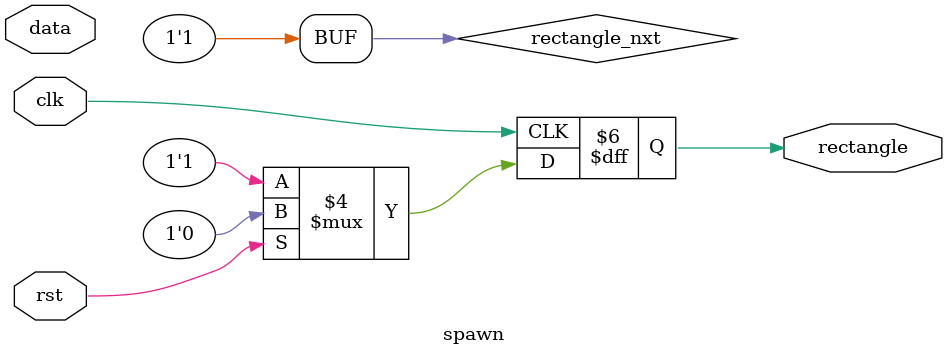
<source format=sv>
module spawn (
    input logic clk,
    input logic rst,
    input logic [7:0] data,
    output logic rectangle
);

logic rectangle_nxt;

always_ff@ (posedge clk) begin 
    if (rst) begin 
        rectangle <= '0;
    end
    else begin 
        rectangle <= rectangle_nxt;
    end
end

always_comb begin 
//    if (data ) begin
        rectangle_nxt = 1;
//end
//else begin
//    rectangle_nxt = 0;
//    end
end
endmodule
</source>
